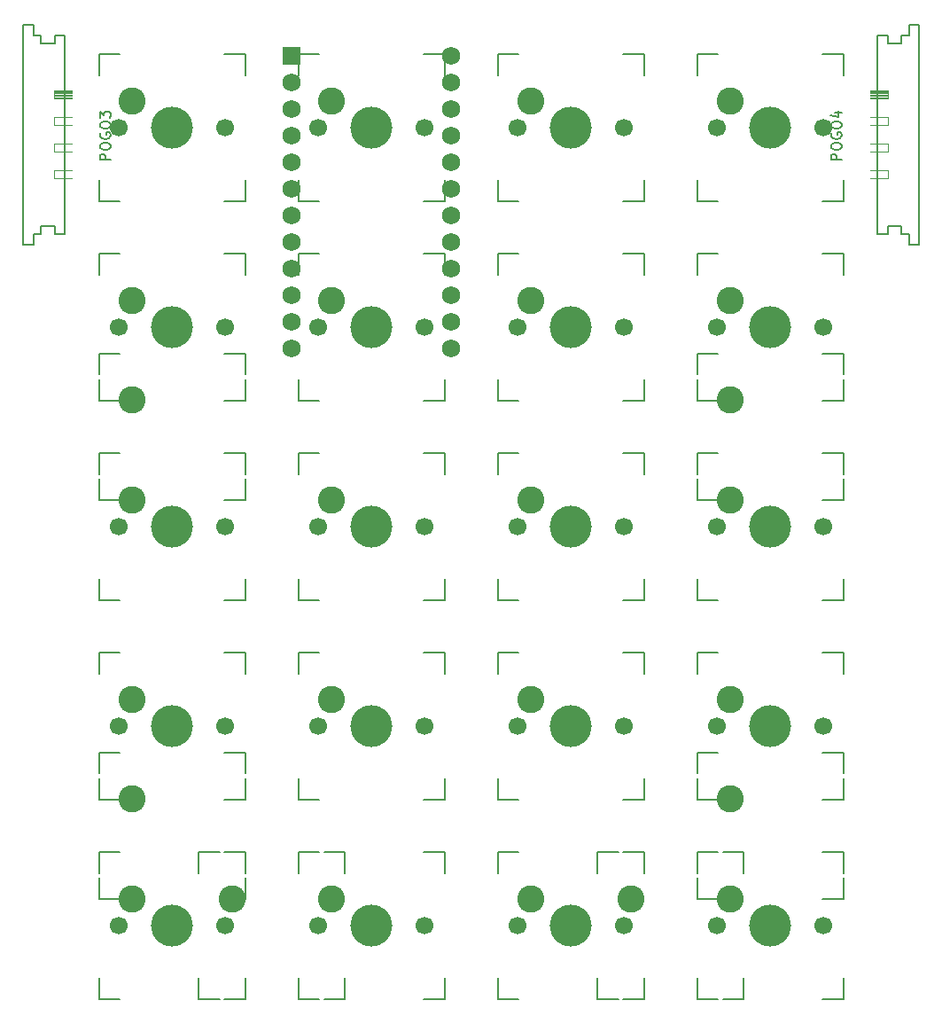
<source format=gbr>
G04 #@! TF.GenerationSoftware,KiCad,Pcbnew,(5.99.0-8711-gbabda304d9)*
G04 #@! TF.CreationDate,2021-01-31T05:22:19-06:00*
G04 #@! TF.ProjectId,65NumpadHATCHED,36354e75-6d70-4616-9448-415443484544,rev?*
G04 #@! TF.SameCoordinates,Original*
G04 #@! TF.FileFunction,Legend,Top*
G04 #@! TF.FilePolarity,Positive*
%FSLAX46Y46*%
G04 Gerber Fmt 4.6, Leading zero omitted, Abs format (unit mm)*
G04 Created by KiCad (PCBNEW (5.99.0-8711-gbabda304d9)) date 2021-01-31 05:22:19*
%MOMM*%
%LPD*%
G01*
G04 APERTURE LIST*
%ADD10C,0.150000*%
%ADD11C,0.120000*%
%ADD12C,1.700000*%
%ADD13C,4.000000*%
%ADD14C,2.600000*%
%ADD15R,1.752600X1.752600*%
%ADD16C,1.752600*%
G04 APERTURE END LIST*
D10*
X402883630Y-61816964D02*
X401883630Y-61816964D01*
X401883630Y-61436011D01*
X401931250Y-61340773D01*
X401978869Y-61293154D01*
X402074107Y-61245535D01*
X402216964Y-61245535D01*
X402312202Y-61293154D01*
X402359821Y-61340773D01*
X402407440Y-61436011D01*
X402407440Y-61816964D01*
X401883630Y-60626488D02*
X401883630Y-60436011D01*
X401931250Y-60340773D01*
X402026488Y-60245535D01*
X402216964Y-60197916D01*
X402550297Y-60197916D01*
X402740773Y-60245535D01*
X402836011Y-60340773D01*
X402883630Y-60436011D01*
X402883630Y-60626488D01*
X402836011Y-60721726D01*
X402740773Y-60816964D01*
X402550297Y-60864583D01*
X402216964Y-60864583D01*
X402026488Y-60816964D01*
X401931250Y-60721726D01*
X401883630Y-60626488D01*
X401931250Y-59245535D02*
X401883630Y-59340773D01*
X401883630Y-59483630D01*
X401931250Y-59626488D01*
X402026488Y-59721726D01*
X402121726Y-59769345D01*
X402312202Y-59816964D01*
X402455059Y-59816964D01*
X402645535Y-59769345D01*
X402740773Y-59721726D01*
X402836011Y-59626488D01*
X402883630Y-59483630D01*
X402883630Y-59388392D01*
X402836011Y-59245535D01*
X402788392Y-59197916D01*
X402455059Y-59197916D01*
X402455059Y-59388392D01*
X401883630Y-58578869D02*
X401883630Y-58388392D01*
X401931250Y-58293154D01*
X402026488Y-58197916D01*
X402216964Y-58150297D01*
X402550297Y-58150297D01*
X402740773Y-58197916D01*
X402836011Y-58293154D01*
X402883630Y-58388392D01*
X402883630Y-58578869D01*
X402836011Y-58674107D01*
X402740773Y-58769345D01*
X402550297Y-58816964D01*
X402216964Y-58816964D01*
X402026488Y-58769345D01*
X401931250Y-58674107D01*
X401883630Y-58578869D01*
X402216964Y-57293154D02*
X402883630Y-57293154D01*
X401836011Y-57531250D02*
X402550297Y-57769345D01*
X402550297Y-57150297D01*
X333033630Y-61816964D02*
X332033630Y-61816964D01*
X332033630Y-61436011D01*
X332081250Y-61340773D01*
X332128869Y-61293154D01*
X332224107Y-61245535D01*
X332366964Y-61245535D01*
X332462202Y-61293154D01*
X332509821Y-61340773D01*
X332557440Y-61436011D01*
X332557440Y-61816964D01*
X332033630Y-60626488D02*
X332033630Y-60436011D01*
X332081250Y-60340773D01*
X332176488Y-60245535D01*
X332366964Y-60197916D01*
X332700297Y-60197916D01*
X332890773Y-60245535D01*
X332986011Y-60340773D01*
X333033630Y-60436011D01*
X333033630Y-60626488D01*
X332986011Y-60721726D01*
X332890773Y-60816964D01*
X332700297Y-60864583D01*
X332366964Y-60864583D01*
X332176488Y-60816964D01*
X332081250Y-60721726D01*
X332033630Y-60626488D01*
X332081250Y-59245535D02*
X332033630Y-59340773D01*
X332033630Y-59483630D01*
X332081250Y-59626488D01*
X332176488Y-59721726D01*
X332271726Y-59769345D01*
X332462202Y-59816964D01*
X332605059Y-59816964D01*
X332795535Y-59769345D01*
X332890773Y-59721726D01*
X332986011Y-59626488D01*
X333033630Y-59483630D01*
X333033630Y-59388392D01*
X332986011Y-59245535D01*
X332938392Y-59197916D01*
X332605059Y-59197916D01*
X332605059Y-59388392D01*
X332033630Y-58578869D02*
X332033630Y-58388392D01*
X332081250Y-58293154D01*
X332176488Y-58197916D01*
X332366964Y-58150297D01*
X332700297Y-58150297D01*
X332890773Y-58197916D01*
X332986011Y-58293154D01*
X333033630Y-58388392D01*
X333033630Y-58578869D01*
X332986011Y-58674107D01*
X332890773Y-58769345D01*
X332700297Y-58816964D01*
X332366964Y-58816964D01*
X332176488Y-58769345D01*
X332081250Y-58674107D01*
X332033630Y-58578869D01*
X332033630Y-57816964D02*
X332033630Y-57197916D01*
X332414583Y-57531250D01*
X332414583Y-57388392D01*
X332462202Y-57293154D01*
X332509821Y-57245535D01*
X332605059Y-57197916D01*
X332843154Y-57197916D01*
X332938392Y-57245535D01*
X332986011Y-57293154D01*
X333033630Y-57388392D01*
X333033630Y-57674107D01*
X332986011Y-57769345D01*
X332938392Y-57816964D01*
X350981250Y-84787500D02*
X352981250Y-84787500D01*
X352981250Y-70787500D02*
X350981250Y-70787500D01*
X364981250Y-70787500D02*
X364981250Y-72787500D01*
X364981250Y-84787500D02*
X364981250Y-82787500D01*
X350981250Y-82787500D02*
X350981250Y-84787500D01*
X350981250Y-70787500D02*
X350981250Y-72787500D01*
X362981250Y-70787500D02*
X364981250Y-70787500D01*
X362981250Y-84787500D02*
X364981250Y-84787500D01*
X331931250Y-89837500D02*
X331931250Y-91837500D01*
X331931250Y-101837500D02*
X331931250Y-103837500D01*
X345931250Y-89837500D02*
X345931250Y-91837500D01*
X343931250Y-103837500D02*
X345931250Y-103837500D01*
X345931250Y-103837500D02*
X345931250Y-101837500D01*
X333931250Y-89837500D02*
X331931250Y-89837500D01*
X343931250Y-89837500D02*
X345931250Y-89837500D01*
X331931250Y-103837500D02*
X333931250Y-103837500D01*
X333931250Y-108887500D02*
X331931250Y-108887500D01*
X343931250Y-122887500D02*
X345931250Y-122887500D01*
X331931250Y-122887500D02*
X333931250Y-122887500D01*
X345931250Y-108887500D02*
X345931250Y-110887500D01*
X331931250Y-108887500D02*
X331931250Y-110887500D01*
X331931250Y-120887500D02*
X331931250Y-122887500D01*
X345931250Y-122887500D02*
X345931250Y-120887500D01*
X343931250Y-108887500D02*
X345931250Y-108887500D01*
X384031250Y-51737500D02*
X384031250Y-53737500D01*
X370031250Y-63737500D02*
X370031250Y-65737500D01*
X372031250Y-51737500D02*
X370031250Y-51737500D01*
X382031250Y-51737500D02*
X384031250Y-51737500D01*
X382031250Y-65737500D02*
X384031250Y-65737500D01*
X370031250Y-51737500D02*
X370031250Y-53737500D01*
X370031250Y-65737500D02*
X372031250Y-65737500D01*
X384031250Y-65737500D02*
X384031250Y-63737500D01*
X382031250Y-70787500D02*
X384031250Y-70787500D01*
X384031250Y-70787500D02*
X384031250Y-72787500D01*
X370031250Y-70787500D02*
X370031250Y-72787500D01*
X370031250Y-84787500D02*
X372031250Y-84787500D01*
X382031250Y-84787500D02*
X384031250Y-84787500D01*
X384031250Y-84787500D02*
X384031250Y-82787500D01*
X370031250Y-82787500D02*
X370031250Y-84787500D01*
X372031250Y-70787500D02*
X370031250Y-70787500D01*
X343931250Y-51737500D02*
X345931250Y-51737500D01*
X331931250Y-51737500D02*
X331931250Y-53737500D01*
X333931250Y-51737500D02*
X331931250Y-51737500D01*
X331931250Y-65737500D02*
X333931250Y-65737500D01*
X331931250Y-63737500D02*
X331931250Y-65737500D01*
X345931250Y-65737500D02*
X345931250Y-63737500D01*
X345931250Y-51737500D02*
X345931250Y-53737500D01*
X343931250Y-65737500D02*
X345931250Y-65737500D01*
X343931250Y-70787500D02*
X345931250Y-70787500D01*
X333931250Y-70787500D02*
X331931250Y-70787500D01*
X343931250Y-84787500D02*
X345931250Y-84787500D01*
X331931250Y-70787500D02*
X331931250Y-72787500D01*
X331931250Y-82787500D02*
X331931250Y-84787500D01*
X345931250Y-84787500D02*
X345931250Y-82787500D01*
X331931250Y-84787500D02*
X333931250Y-84787500D01*
X345931250Y-70787500D02*
X345931250Y-72787500D01*
X372031250Y-89837500D02*
X370031250Y-89837500D01*
X382031250Y-103837500D02*
X384031250Y-103837500D01*
X370031250Y-101837500D02*
X370031250Y-103837500D01*
X382031250Y-89837500D02*
X384031250Y-89837500D01*
X384031250Y-103837500D02*
X384031250Y-101837500D01*
X384031250Y-89837500D02*
X384031250Y-91837500D01*
X370031250Y-103837500D02*
X372031250Y-103837500D01*
X370031250Y-89837500D02*
X370031250Y-91837500D01*
X382031250Y-122887500D02*
X384031250Y-122887500D01*
X384031250Y-108887500D02*
X384031250Y-110887500D01*
X370031250Y-122887500D02*
X372031250Y-122887500D01*
X384031250Y-122887500D02*
X384031250Y-120887500D01*
X370031250Y-120887500D02*
X370031250Y-122887500D01*
X382031250Y-108887500D02*
X384031250Y-108887500D01*
X372031250Y-108887500D02*
X370031250Y-108887500D01*
X370031250Y-108887500D02*
X370031250Y-110887500D01*
X355456250Y-127937500D02*
X355456250Y-129937500D01*
X353456250Y-141937500D02*
X355456250Y-141937500D01*
X343456250Y-127937500D02*
X341456250Y-127937500D01*
X341456250Y-127937500D02*
X341456250Y-129937500D01*
X341456250Y-139937500D02*
X341456250Y-141937500D01*
X355456250Y-141937500D02*
X355456250Y-139937500D01*
X353456250Y-127937500D02*
X355456250Y-127937500D01*
X341456250Y-141937500D02*
X343456250Y-141937500D01*
X352981250Y-108887500D02*
X350981250Y-108887500D01*
X364981250Y-108887500D02*
X364981250Y-110887500D01*
X350981250Y-120887500D02*
X350981250Y-122887500D01*
X350981250Y-122887500D02*
X352981250Y-122887500D01*
X350981250Y-108887500D02*
X350981250Y-110887500D01*
X364981250Y-122887500D02*
X364981250Y-120887500D01*
X362981250Y-122887500D02*
X364981250Y-122887500D01*
X362981250Y-108887500D02*
X364981250Y-108887500D01*
X364981250Y-89837500D02*
X364981250Y-91837500D01*
X350981250Y-101837500D02*
X350981250Y-103837500D01*
X362981250Y-103837500D02*
X364981250Y-103837500D01*
X362981250Y-89837500D02*
X364981250Y-89837500D01*
X364981250Y-103837500D02*
X364981250Y-101837500D01*
X352981250Y-89837500D02*
X350981250Y-89837500D01*
X350981250Y-103837500D02*
X352981250Y-103837500D01*
X350981250Y-89837500D02*
X350981250Y-91837500D01*
X389081250Y-130412500D02*
X389081250Y-132412500D01*
X389081250Y-132412500D02*
X391081250Y-132412500D01*
X389081250Y-118412500D02*
X389081250Y-120412500D01*
X391081250Y-118412500D02*
X389081250Y-118412500D01*
X403081250Y-132412500D02*
X403081250Y-130412500D01*
X401081250Y-132412500D02*
X403081250Y-132412500D01*
X403081250Y-118412500D02*
X403081250Y-120412500D01*
X401081250Y-118412500D02*
X403081250Y-118412500D01*
X389081250Y-63737500D02*
X389081250Y-65737500D01*
X401081250Y-51737500D02*
X403081250Y-51737500D01*
X403081250Y-65737500D02*
X403081250Y-63737500D01*
X389081250Y-51737500D02*
X389081250Y-53737500D01*
X403081250Y-51737500D02*
X403081250Y-53737500D01*
X401081250Y-65737500D02*
X403081250Y-65737500D01*
X391081250Y-51737500D02*
X389081250Y-51737500D01*
X389081250Y-65737500D02*
X391081250Y-65737500D01*
X381556250Y-127937500D02*
X379556250Y-127937500D01*
X393556250Y-141937500D02*
X393556250Y-139937500D01*
X379556250Y-139937500D02*
X379556250Y-141937500D01*
X391556250Y-141937500D02*
X393556250Y-141937500D01*
X393556250Y-127937500D02*
X393556250Y-129937500D01*
X391556250Y-127937500D02*
X393556250Y-127937500D01*
X379556250Y-141937500D02*
X381556250Y-141937500D01*
X379556250Y-127937500D02*
X379556250Y-129937500D01*
X382031250Y-127937500D02*
X384031250Y-127937500D01*
X370031250Y-139937500D02*
X370031250Y-141937500D01*
X384031250Y-141937500D02*
X384031250Y-139937500D01*
X372031250Y-127937500D02*
X370031250Y-127937500D01*
X382031250Y-141937500D02*
X384031250Y-141937500D01*
X384031250Y-127937500D02*
X384031250Y-129937500D01*
X370031250Y-127937500D02*
X370031250Y-129937500D01*
X370031250Y-141937500D02*
X372031250Y-141937500D01*
X345931250Y-127937500D02*
X345931250Y-129937500D01*
X333931250Y-127937500D02*
X331931250Y-127937500D01*
X343931250Y-127937500D02*
X345931250Y-127937500D01*
X345931250Y-141937500D02*
X345931250Y-139937500D01*
X331931250Y-139937500D02*
X331931250Y-141937500D01*
X343931250Y-141937500D02*
X345931250Y-141937500D01*
X331931250Y-141937500D02*
X333931250Y-141937500D01*
X331931250Y-127937500D02*
X331931250Y-129937500D01*
X343931250Y-80312500D02*
X345931250Y-80312500D01*
X343931250Y-94312500D02*
X345931250Y-94312500D01*
X345931250Y-80312500D02*
X345931250Y-82312500D01*
X331931250Y-92312500D02*
X331931250Y-94312500D01*
X345931250Y-94312500D02*
X345931250Y-92312500D01*
X331931250Y-94312500D02*
X333931250Y-94312500D01*
X333931250Y-80312500D02*
X331931250Y-80312500D01*
X331931250Y-80312500D02*
X331931250Y-82312500D01*
X401081250Y-108887500D02*
X403081250Y-108887500D01*
X389081250Y-122887500D02*
X391081250Y-122887500D01*
X389081250Y-120887500D02*
X389081250Y-122887500D01*
X403081250Y-122887500D02*
X403081250Y-120887500D01*
X389081250Y-108887500D02*
X389081250Y-110887500D01*
X391081250Y-108887500D02*
X389081250Y-108887500D01*
X403081250Y-108887500D02*
X403081250Y-110887500D01*
X401081250Y-122887500D02*
X403081250Y-122887500D01*
X362981250Y-51737500D02*
X364981250Y-51737500D01*
X364981250Y-51737500D02*
X364981250Y-53737500D01*
X364981250Y-65737500D02*
X364981250Y-63737500D01*
X350981250Y-65737500D02*
X352981250Y-65737500D01*
X350981250Y-63737500D02*
X350981250Y-65737500D01*
X362981250Y-65737500D02*
X364981250Y-65737500D01*
X352981250Y-51737500D02*
X350981250Y-51737500D01*
X350981250Y-51737500D02*
X350981250Y-53737500D01*
D11*
X405664500Y-55842500D02*
X407352500Y-55842500D01*
X407346500Y-61022500D02*
X405658500Y-61022500D01*
X407352500Y-55182500D02*
X407352500Y-55942500D01*
X405664500Y-55482500D02*
X407352500Y-55482500D01*
X407346500Y-57722500D02*
X407346500Y-58482500D01*
D10*
X409312500Y-69932500D02*
X409312500Y-68932500D01*
X407312500Y-50732500D02*
X407312500Y-49932500D01*
D11*
X407352500Y-62802500D02*
X407352500Y-63562500D01*
D10*
X407312500Y-49932500D02*
X406312500Y-49932500D01*
X407312500Y-68132500D02*
X407312500Y-68932500D01*
D11*
X405664500Y-55362500D02*
X407352500Y-55362500D01*
D10*
X409312500Y-49932500D02*
X408612500Y-49932500D01*
D11*
X405658500Y-60262500D02*
X407346500Y-60262500D01*
X407352500Y-63562500D02*
X405664500Y-63562500D01*
X407346500Y-58482500D02*
X405658500Y-58482500D01*
X405664500Y-55602500D02*
X407352500Y-55602500D01*
X407346500Y-60262500D02*
X407346500Y-61022500D01*
D10*
X408612500Y-68132500D02*
X407312500Y-68132500D01*
X409312500Y-48932500D02*
X409312500Y-49932500D01*
X407312500Y-68932500D02*
X406312500Y-68932500D01*
D11*
X405664500Y-62802500D02*
X407352500Y-62802500D01*
X405658500Y-57722500D02*
X407346500Y-57722500D01*
X407352500Y-55942500D02*
X405664500Y-55942500D01*
D10*
X408612500Y-50732500D02*
X407312500Y-50732500D01*
X409312500Y-68932500D02*
X408612500Y-68932500D01*
D11*
X405664500Y-55242500D02*
X407352500Y-55242500D01*
D10*
X408612500Y-49932500D02*
X408612500Y-50732500D01*
X408612500Y-68932500D02*
X408612500Y-68132500D01*
D11*
X405664500Y-55182500D02*
X407352500Y-55182500D01*
D10*
X410312500Y-48932500D02*
X409312500Y-48932500D01*
X410312500Y-48932500D02*
X410312500Y-69932500D01*
X406312500Y-49932500D02*
X406312500Y-68932500D01*
D11*
X405664500Y-55722500D02*
X407352500Y-55722500D01*
D10*
X410312500Y-69932500D02*
X409312500Y-69932500D01*
X406312500Y-56062500D02*
X406312500Y-55062500D01*
X389081250Y-103837500D02*
X391081250Y-103837500D01*
X403081250Y-89837500D02*
X403081250Y-91837500D01*
X403081250Y-103837500D02*
X403081250Y-101837500D01*
X401081250Y-103837500D02*
X403081250Y-103837500D01*
X389081250Y-89837500D02*
X389081250Y-91837500D01*
X401081250Y-89837500D02*
X403081250Y-89837500D01*
X389081250Y-101837500D02*
X389081250Y-103837500D01*
X391081250Y-89837500D02*
X389081250Y-89837500D01*
X403081250Y-70787500D02*
X403081250Y-72787500D01*
X401081250Y-84787500D02*
X403081250Y-84787500D01*
X389081250Y-70787500D02*
X389081250Y-72787500D01*
X401081250Y-70787500D02*
X403081250Y-70787500D01*
X389081250Y-82787500D02*
X389081250Y-84787500D01*
X403081250Y-84787500D02*
X403081250Y-82787500D01*
X391081250Y-70787500D02*
X389081250Y-70787500D01*
X389081250Y-84787500D02*
X391081250Y-84787500D01*
X389081250Y-139937500D02*
X389081250Y-141937500D01*
X401081250Y-141937500D02*
X403081250Y-141937500D01*
X389081250Y-127937500D02*
X389081250Y-129937500D01*
X391081250Y-127937500D02*
X389081250Y-127937500D01*
X389081250Y-141937500D02*
X391081250Y-141937500D01*
X403081250Y-141937500D02*
X403081250Y-139937500D01*
X403081250Y-127937500D02*
X403081250Y-129937500D01*
X401081250Y-127937500D02*
X403081250Y-127937500D01*
X391081250Y-80312500D02*
X389081250Y-80312500D01*
X389081250Y-94312500D02*
X391081250Y-94312500D01*
X401081250Y-94312500D02*
X403081250Y-94312500D01*
X389081250Y-92312500D02*
X389081250Y-94312500D01*
X403081250Y-94312500D02*
X403081250Y-92312500D01*
X401081250Y-80312500D02*
X403081250Y-80312500D01*
X389081250Y-80312500D02*
X389081250Y-82312500D01*
X403081250Y-80312500D02*
X403081250Y-82312500D01*
X345931250Y-118412500D02*
X345931250Y-120412500D01*
X343931250Y-132412500D02*
X345931250Y-132412500D01*
X331931250Y-118412500D02*
X331931250Y-120412500D01*
X345931250Y-132412500D02*
X345931250Y-130412500D01*
X343931250Y-118412500D02*
X345931250Y-118412500D01*
X333931250Y-118412500D02*
X331931250Y-118412500D01*
X331931250Y-132412500D02*
X333931250Y-132412500D01*
X331931250Y-130412500D02*
X331931250Y-132412500D01*
X364981250Y-127937500D02*
X364981250Y-129937500D01*
X350981250Y-141937500D02*
X352981250Y-141937500D01*
X362981250Y-141937500D02*
X364981250Y-141937500D01*
X364981250Y-141937500D02*
X364981250Y-139937500D01*
X362981250Y-127937500D02*
X364981250Y-127937500D01*
X350981250Y-139937500D02*
X350981250Y-141937500D01*
X350981250Y-127937500D02*
X350981250Y-129937500D01*
X352981250Y-127937500D02*
X350981250Y-127937500D01*
X324700000Y-48932500D02*
X325700000Y-48932500D01*
X326400000Y-49932500D02*
X326400000Y-50732500D01*
X327700000Y-49932500D02*
X328700000Y-49932500D01*
D11*
X329348000Y-55362500D02*
X327660000Y-55362500D01*
D10*
X326400000Y-50732500D02*
X327700000Y-50732500D01*
D11*
X327666000Y-61022500D02*
X329354000Y-61022500D01*
D10*
X324700000Y-69932500D02*
X325700000Y-69932500D01*
D11*
X329348000Y-55602500D02*
X327660000Y-55602500D01*
D10*
X325700000Y-48932500D02*
X325700000Y-49932500D01*
X327700000Y-68932500D02*
X328700000Y-68932500D01*
X324700000Y-48932500D02*
X324700000Y-69932500D01*
X325700000Y-68932500D02*
X326400000Y-68932500D01*
X326400000Y-68932500D02*
X326400000Y-68132500D01*
X325700000Y-69932500D02*
X325700000Y-68932500D01*
X328700000Y-56062500D02*
X328700000Y-55062500D01*
D11*
X329348000Y-55482500D02*
X327660000Y-55482500D01*
X329354000Y-60262500D02*
X327666000Y-60262500D01*
X329348000Y-55842500D02*
X327660000Y-55842500D01*
X327666000Y-58482500D02*
X329354000Y-58482500D01*
X329354000Y-57722500D02*
X327666000Y-57722500D01*
X327660000Y-62802500D02*
X327660000Y-63562500D01*
X329348000Y-55182500D02*
X327660000Y-55182500D01*
X327666000Y-60262500D02*
X327666000Y-61022500D01*
X327660000Y-63562500D02*
X329348000Y-63562500D01*
D10*
X327700000Y-68132500D02*
X327700000Y-68932500D01*
D11*
X329348000Y-55722500D02*
X327660000Y-55722500D01*
X327666000Y-57722500D02*
X327666000Y-58482500D01*
D10*
X327700000Y-50732500D02*
X327700000Y-49932500D01*
D11*
X329348000Y-62802500D02*
X327660000Y-62802500D01*
D10*
X328700000Y-49932500D02*
X328700000Y-68932500D01*
D11*
X329348000Y-55242500D02*
X327660000Y-55242500D01*
X327660000Y-55182500D02*
X327660000Y-55942500D01*
D10*
X325700000Y-49932500D02*
X326400000Y-49932500D01*
X326400000Y-68132500D02*
X327700000Y-68132500D01*
D11*
X327660000Y-55942500D02*
X329348000Y-55942500D01*
D12*
X363061250Y-77787500D03*
D13*
X357981250Y-77787500D03*
D12*
X352901250Y-77787500D03*
D14*
X354171250Y-75247500D03*
D13*
X338931250Y-96837500D03*
D12*
X333851250Y-96837500D03*
X344011250Y-96837500D03*
D14*
X335121250Y-94297500D03*
D12*
X333851250Y-115887500D03*
D13*
X338931250Y-115887500D03*
D12*
X344011250Y-115887500D03*
D14*
X335121250Y-113347500D03*
D12*
X382111250Y-58737500D03*
X371951250Y-58737500D03*
D13*
X377031250Y-58737500D03*
D14*
X373221250Y-56197500D03*
D12*
X382111250Y-77787500D03*
D13*
X377031250Y-77787500D03*
D12*
X371951250Y-77787500D03*
D14*
X373221250Y-75247500D03*
D13*
X338931250Y-58737500D03*
D12*
X333851250Y-58737500D03*
X344011250Y-58737500D03*
D14*
X335121250Y-56197500D03*
D12*
X344011250Y-77787500D03*
X333851250Y-77787500D03*
D13*
X338931250Y-77787500D03*
D14*
X335121250Y-75247500D03*
D13*
X377031250Y-96837500D03*
D12*
X371951250Y-96837500D03*
X382111250Y-96837500D03*
D14*
X373221250Y-94297500D03*
D12*
X371951250Y-115887500D03*
X382111250Y-115887500D03*
D13*
X377031250Y-115887500D03*
D14*
X373221250Y-113347500D03*
X344646250Y-132397500D03*
D12*
X363061250Y-115887500D03*
X352901250Y-115887500D03*
D13*
X357981250Y-115887500D03*
D14*
X354171250Y-113347500D03*
D12*
X363061250Y-96837500D03*
X352901250Y-96837500D03*
D13*
X357981250Y-96837500D03*
D14*
X354171250Y-94297500D03*
X392271250Y-122872500D03*
D12*
X391001250Y-58737500D03*
X401161250Y-58737500D03*
D13*
X396081250Y-58737500D03*
D14*
X392271250Y-56197500D03*
X382746250Y-132397500D03*
D13*
X377031250Y-134937500D03*
D12*
X371951250Y-134937500D03*
X382111250Y-134937500D03*
D14*
X373221250Y-132397500D03*
D13*
X338931250Y-134937500D03*
D12*
X344011250Y-134937500D03*
X333851250Y-134937500D03*
D14*
X335121250Y-132397500D03*
X335121250Y-84772500D03*
D13*
X396081250Y-115887500D03*
D12*
X391001250Y-115887500D03*
X401161250Y-115887500D03*
D14*
X392271250Y-113347500D03*
D12*
X363061250Y-58737500D03*
D13*
X357981250Y-58737500D03*
D12*
X352901250Y-58737500D03*
D14*
X354171250Y-56197500D03*
D15*
X350361250Y-51911250D03*
D16*
X350361250Y-54451250D03*
X350361250Y-56991250D03*
X350361250Y-59531250D03*
X350361250Y-62071250D03*
X350361250Y-64611250D03*
X350361250Y-67151250D03*
X350361250Y-69691250D03*
X350361250Y-72231250D03*
X350361250Y-74771250D03*
X350361250Y-77311250D03*
X350361250Y-79851250D03*
X365601250Y-79851250D03*
X365601250Y-77311250D03*
X365601250Y-74771250D03*
X365601250Y-72231250D03*
X365601250Y-69691250D03*
X365601250Y-67151250D03*
X365601250Y-64611250D03*
X365601250Y-62071250D03*
X365601250Y-59531250D03*
X365601250Y-56991250D03*
X365601250Y-54451250D03*
X365601250Y-51911250D03*
D12*
X401161250Y-96837500D03*
D13*
X396081250Y-96837500D03*
D12*
X391001250Y-96837500D03*
D14*
X392271250Y-94297500D03*
D12*
X391001250Y-77787500D03*
X401161250Y-77787500D03*
D13*
X396081250Y-77787500D03*
D14*
X392271250Y-75247500D03*
D12*
X391001250Y-134937500D03*
D13*
X396081250Y-134937500D03*
D12*
X401161250Y-134937500D03*
D14*
X392271250Y-132397500D03*
X392271250Y-84772500D03*
X335121250Y-122872500D03*
D12*
X363061250Y-134937500D03*
D13*
X357981250Y-134937500D03*
D12*
X352901250Y-134937500D03*
D14*
X354171250Y-132397500D03*
M02*

</source>
